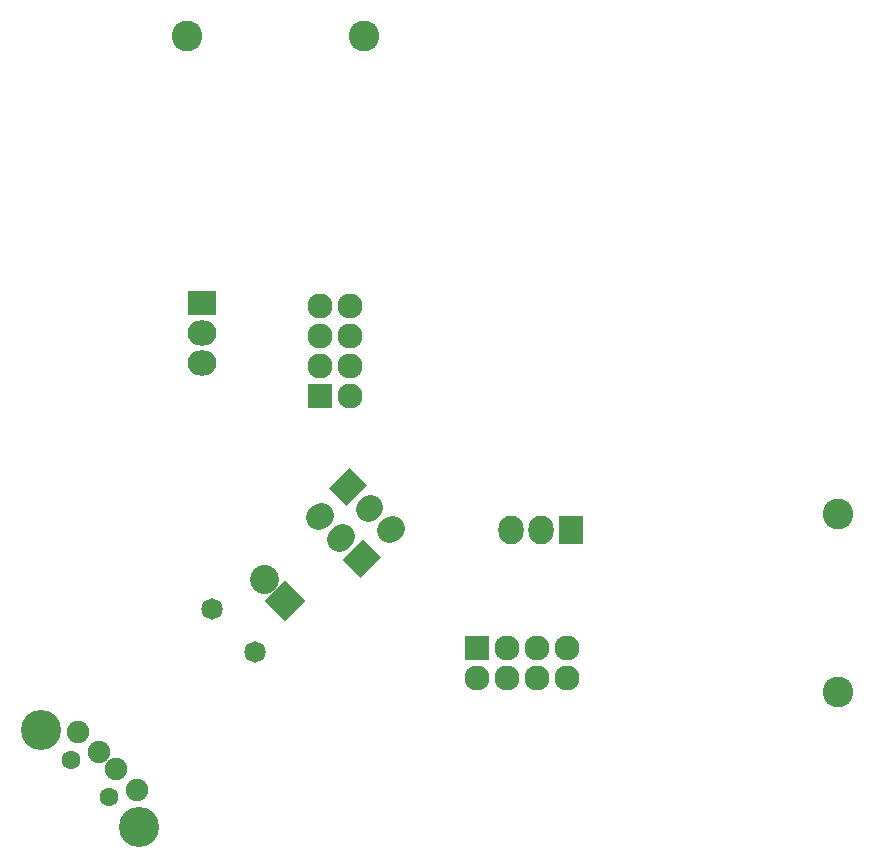
<source format=gbs>
G04 #@! TF.FileFunction,Soldermask,Bot*
%FSLAX46Y46*%
G04 Gerber Fmt 4.6, Leading zero omitted, Abs format (unit mm)*
G04 Created by KiCad (PCBNEW (2015-11-24 BZR 6329)-product) date Wed 28 Sep 2016 12:51:07 PM EDT*
%MOMM*%
G01*
G04 APERTURE LIST*
%ADD10C,0.100000*%
%ADD11R,2.127200X2.432000*%
%ADD12O,2.127200X2.432000*%
%ADD13C,2.600000*%
%ADD14R,2.127200X2.127200*%
%ADD15O,2.127200X2.127200*%
%ADD16C,1.822400*%
%ADD17C,2.432000*%
%ADD18C,1.901140*%
%ADD19C,3.399740*%
%ADD20C,1.600000*%
%ADD21R,2.432000X2.127200*%
%ADD22O,2.432000X2.127200*%
%ADD23C,2.127200*%
G04 APERTURE END LIST*
D10*
D11*
X156273000Y-98403000D03*
D12*
X153733000Y-98403000D03*
X151193000Y-98403000D03*
D13*
X178873000Y-112103000D03*
X178873000Y-97103000D03*
D14*
X148373000Y-108403000D03*
D15*
X148373000Y-110943000D03*
X150913000Y-108403000D03*
X150913000Y-110943000D03*
X153453000Y-108403000D03*
X153453000Y-110943000D03*
X155993000Y-108403000D03*
X155993000Y-110943000D03*
D16*
X129540000Y-108712000D03*
X125947898Y-105119898D03*
D10*
G36*
X133799684Y-104394000D02*
X132080000Y-106113684D01*
X130360316Y-104394000D01*
X132080000Y-102674316D01*
X133799684Y-104394000D01*
X133799684Y-104394000D01*
G37*
D17*
X130283949Y-102597949D02*
X130283949Y-102597949D01*
D18*
X114570746Y-115489049D03*
X116338513Y-117256816D03*
X117759797Y-118678100D03*
X119520493Y-120438796D03*
D19*
X111424120Y-115312272D03*
X119697270Y-123585421D03*
D20*
X113969705Y-117857856D03*
X117151685Y-121039837D03*
D14*
X135073000Y-87085000D03*
D15*
X137613000Y-87085000D03*
X135073000Y-84545000D03*
X137613000Y-84545000D03*
X135073000Y-82005000D03*
X137613000Y-82005000D03*
X135073000Y-79465000D03*
X137613000Y-79465000D03*
D13*
X123773000Y-56585000D03*
X138773000Y-56585000D03*
D21*
X125073000Y-79185000D03*
D22*
X125073000Y-81725000D03*
X125073000Y-84265000D03*
D10*
G36*
X140195921Y-100724237D02*
X138476237Y-102443921D01*
X136972079Y-100939763D01*
X138691763Y-99220079D01*
X140195921Y-100724237D01*
X140195921Y-100724237D01*
G37*
D23*
X136680186Y-99143712D02*
X136895712Y-98928186D01*
X134884135Y-97347661D02*
X135099661Y-97132135D01*
D10*
G36*
X135802079Y-94849763D02*
X137521763Y-93130079D01*
X139025921Y-94634237D01*
X137306237Y-96353921D01*
X135802079Y-94849763D01*
X135802079Y-94849763D01*
G37*
D23*
X139317814Y-96430288D02*
X139102288Y-96645814D01*
X141113865Y-98226339D02*
X140898339Y-98441865D01*
M02*

</source>
